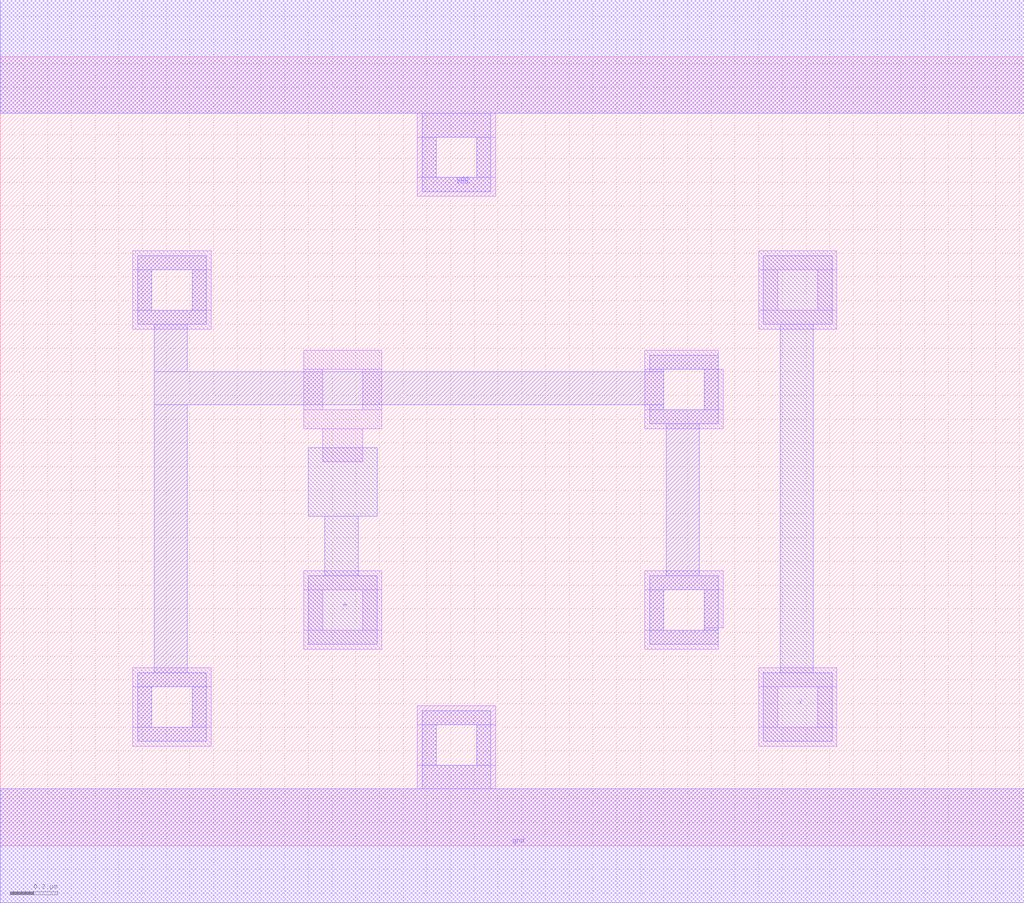
<source format=lef>
VERSION 5.7 ;
  NOWIREEXTENSIONATPIN ON ;
  DIVIDERCHAR "/" ;
  BUSBITCHARS "[]" ;
MACRO BUFX2
  CLASS CORE ;
  FOREIGN BUFX2 ;
  ORIGIN 0.000 0.000 ;
  SIZE 4.320 BY 3.330 ;
  SYMMETRY X Y R90 ;
  SITE unit ;
  PIN vdd
    DIRECTION INOUT ;
    USE POWER ;
    SHAPE ABUTMENT ;
    PORT
      LAYER met1 ;
        RECT 0.000 3.090 4.320 3.570 ;
        RECT 1.780 2.990 2.070 3.090 ;
        RECT 1.780 2.820 1.840 2.990 ;
        RECT 2.010 2.820 2.070 2.990 ;
        RECT 1.780 2.760 2.070 2.820 ;
    END
    PORT
      LAYER li1 ;
        RECT 0.000 3.090 4.320 3.570 ;
        RECT 1.760 2.990 2.090 3.090 ;
        RECT 1.760 2.820 1.840 2.990 ;
        RECT 2.010 2.820 2.090 2.990 ;
        RECT 1.760 2.740 2.090 2.820 ;
    END
  END vdd
  PIN gnd
    DIRECTION INOUT ;
    USE GROUND ;
    SHAPE ABUTMENT ;
    PORT
      LAYER met1 ;
        RECT 1.780 0.510 2.070 0.570 ;
        RECT 1.780 0.340 1.840 0.510 ;
        RECT 2.010 0.340 2.070 0.510 ;
        RECT 1.780 0.240 2.070 0.340 ;
        RECT 0.000 -0.240 4.320 0.240 ;
    END
    PORT
      LAYER li1 ;
        RECT 1.760 0.510 2.090 0.590 ;
        RECT 1.760 0.340 1.840 0.510 ;
        RECT 2.010 0.340 2.090 0.510 ;
        RECT 1.760 0.240 2.090 0.340 ;
        RECT 0.000 -0.240 4.320 0.240 ;
    END
  END gnd
  PIN Y
    DIRECTION INOUT ;
    USE SIGNAL ;
    SHAPE ABUTMENT ;
    PORT
      LAYER met1 ;
        RECT 3.220 2.200 3.510 2.490 ;
        RECT 3.290 0.730 3.430 2.200 ;
        RECT 3.220 0.440 3.510 0.730 ;
    END
  END Y
  PIN A
    DIRECTION INOUT ;
    USE SIGNAL ;
    SHAPE ABUTMENT ;
    PORT
      LAYER met1 ;
        RECT 1.300 1.390 1.590 1.680 ;
        RECT 1.370 1.140 1.510 1.390 ;
        RECT 1.300 0.850 1.590 1.140 ;
    END
  END A
  OBS
      LAYER li1 ;
        RECT 0.560 2.430 0.890 2.510 ;
        RECT 0.560 2.260 0.640 2.430 ;
        RECT 0.810 2.260 0.890 2.430 ;
        RECT 0.560 2.180 0.890 2.260 ;
        RECT 3.200 2.430 3.530 2.510 ;
        RECT 3.200 2.260 3.280 2.430 ;
        RECT 3.450 2.260 3.530 2.430 ;
        RECT 3.200 2.180 3.530 2.260 ;
        RECT 1.280 2.010 1.610 2.090 ;
        RECT 1.280 1.840 1.360 2.010 ;
        RECT 1.530 1.840 1.610 2.010 ;
        RECT 1.280 1.760 1.610 1.840 ;
        RECT 2.720 2.010 3.030 2.090 ;
        RECT 2.720 1.840 2.800 2.010 ;
        RECT 2.970 1.840 3.050 2.010 ;
        RECT 2.720 1.760 3.050 1.840 ;
        RECT 1.360 1.620 1.530 1.760 ;
        RECT 1.280 1.080 1.610 1.160 ;
        RECT 1.280 0.910 1.360 1.080 ;
        RECT 1.530 0.910 1.610 1.080 ;
        RECT 1.280 0.830 1.610 0.910 ;
        RECT 2.720 1.080 3.050 1.160 ;
        RECT 2.720 0.910 2.800 1.080 ;
        RECT 2.970 0.920 3.050 1.080 ;
        RECT 2.970 0.910 3.030 0.920 ;
        RECT 2.720 0.830 3.030 0.910 ;
        RECT 0.560 0.670 0.890 0.750 ;
        RECT 0.560 0.500 0.640 0.670 ;
        RECT 0.810 0.500 0.890 0.670 ;
        RECT 0.560 0.420 0.890 0.500 ;
        RECT 3.200 0.670 3.530 0.750 ;
        RECT 3.200 0.500 3.280 0.670 ;
        RECT 3.450 0.500 3.530 0.670 ;
        RECT 3.200 0.420 3.530 0.500 ;
      LAYER met1 ;
        RECT 0.580 2.430 0.870 2.490 ;
        RECT 0.580 2.260 0.640 2.430 ;
        RECT 0.810 2.260 0.870 2.430 ;
        RECT 0.580 2.200 0.870 2.260 ;
        RECT 0.650 2.000 0.790 2.200 ;
        RECT 2.740 2.010 3.030 2.070 ;
        RECT 2.740 2.000 2.800 2.010 ;
        RECT 0.650 1.860 2.800 2.000 ;
        RECT 0.650 0.730 0.790 1.860 ;
        RECT 2.740 1.840 2.800 1.860 ;
        RECT 2.970 1.840 3.030 2.010 ;
        RECT 2.740 1.780 3.030 1.840 ;
        RECT 2.810 1.140 2.950 1.780 ;
        RECT 2.740 1.080 3.030 1.140 ;
        RECT 2.740 0.910 2.800 1.080 ;
        RECT 2.970 0.910 3.030 1.080 ;
        RECT 2.740 0.850 3.030 0.910 ;
        RECT 0.580 0.670 0.870 0.730 ;
        RECT 0.580 0.500 0.640 0.670 ;
        RECT 0.810 0.500 0.870 0.670 ;
        RECT 0.580 0.440 0.870 0.500 ;
  END
END BUFX2
END LIBRARY


</source>
